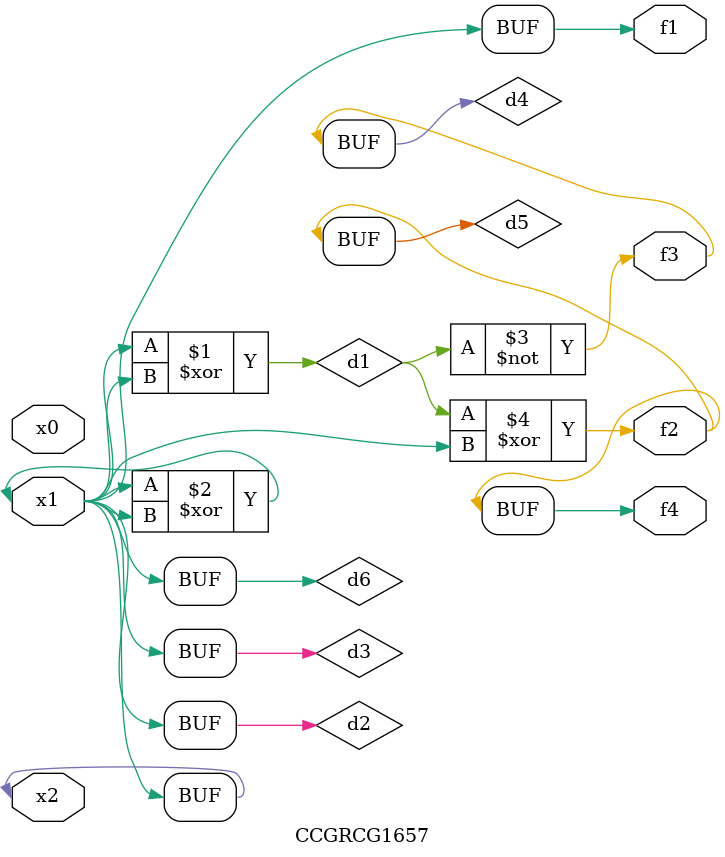
<source format=v>
module CCGRCG1657(
	input x0, x1, x2,
	output f1, f2, f3, f4
);

	wire d1, d2, d3, d4, d5, d6;

	xor (d1, x1, x2);
	buf (d2, x1, x2);
	xor (d3, x1, x2);
	nor (d4, d1);
	xor (d5, d1, d2);
	buf (d6, d2, d3);
	assign f1 = d6;
	assign f2 = d5;
	assign f3 = d4;
	assign f4 = d5;
endmodule

</source>
